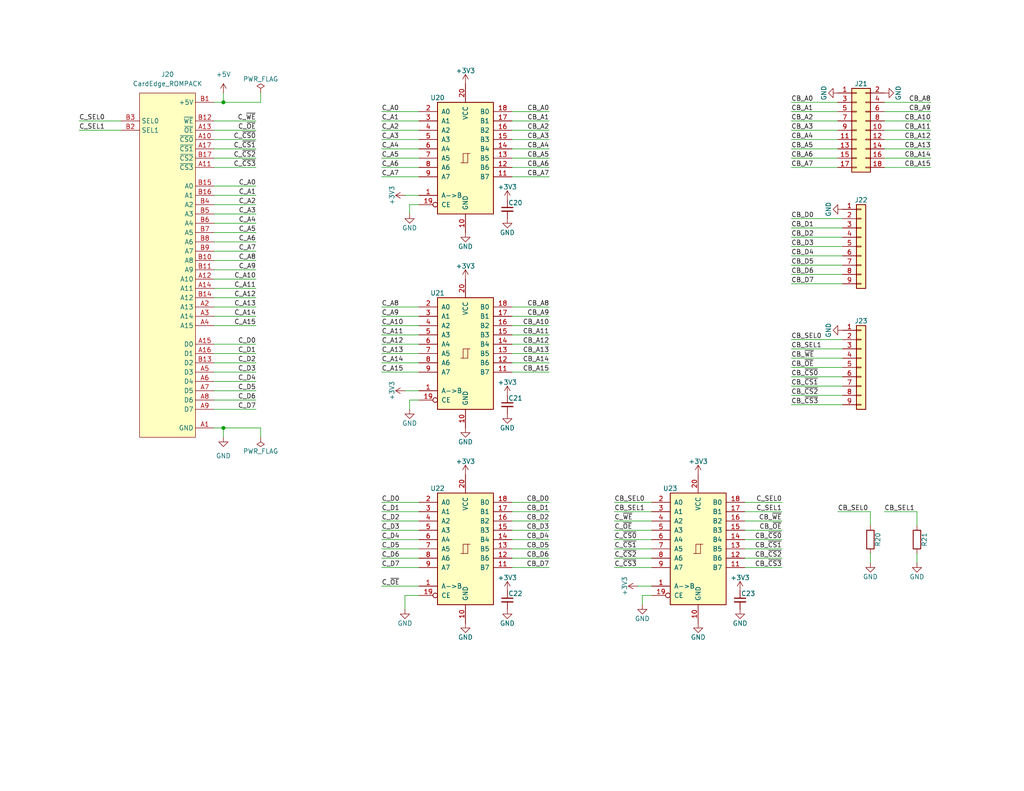
<source format=kicad_sch>
(kicad_sch (version 20211123) (generator eeschema)
  (paper "USLetter")
  (title_block (title "1240-Pi Proto ROM Pack") (date "2022-05-21") (rev "1.0") (company "© 2022 Sam Hanes, licensed under CERN-OHL-S v2+") (comment 1 "https://github.com/Elemecca/1240pi"))
  (lib_symbols
    (symbol "0Local:CardEdge_ROMPACK" (in_bom no)
      (property "Reference" "P" (at 0 8.89 0))
      (property "Value" "CardEdge_ROMPACK" (at 0 -87.63 0))
      (symbol "CardEdge_ROMPACK_0_1"
        (rectangle (start -7.62 7.62) (end 7.62 -86.36) (fill (type background)))
      )
      (symbol "CardEdge_ROMPACK_1_1"
        (pin power_out line (at 12.7 -83.82 180) (length 5.08) (name "GND") (number "A1"))
        (pin output line (at 12.7 -5.08 180) (length 5.08) (name "~{CS0}") (number "A10"))
        (pin output line (at 12.7 -12.7 180) (length 5.08) (name "~{CS3}") (number "A11"))
        (pin output line (at 12.7 -43.18 180) (length 5.08) (name "A10") (number "A12"))
        (pin output line (at 12.7 -2.54 180) (length 5.08) (name "~{OE}") (number "A13"))
        (pin output line (at 12.7 -45.72 180) (length 5.08) (name "A11") (number "A14"))
        (pin bidirectional line (at 12.7 -60.96 180) (length 5.08) (name "D0") (number "A15"))
        (pin bidirectional line (at 12.7 -63.5 180) (length 5.08) (name "D1") (number "A16"))
        (pin output line (at 12.7 -7.62 180) (length 5.08) (name "~{CS1}") (number "A17"))
        (pin power_out line (at 12.7 -83.82 180) (length 5.08) hide (name "GND") (number "A18"))
        (pin output line (at 12.7 -50.8 180) (length 5.08) (name "A13") (number "A2"))
        (pin output line (at 12.7 -53.34 180) (length 5.08) (name "A14") (number "A3"))
        (pin output line (at 12.7 -55.88 180) (length 5.08) (name "A15") (number "A4"))
        (pin bidirectional line (at 12.7 -68.58 180) (length 5.08) (name "D3") (number "A5"))
        (pin bidirectional line (at 12.7 -71.12 180) (length 5.08) (name "D4") (number "A6"))
        (pin bidirectional line (at 12.7 -73.66 180) (length 5.08) (name "D5") (number "A7"))
        (pin bidirectional line (at 12.7 -76.2 180) (length 5.08) (name "D6") (number "A8"))
        (pin bidirectional line (at 12.7 -78.74 180) (length 5.08) (name "D7") (number "A9"))
        (pin power_out line (at 12.7 5.08 180) (length 5.08) (name "+5V") (number "B1"))
        (pin output line (at 12.7 -38.1 180) (length 5.08) (name "A8") (number "B10"))
        (pin output line (at 12.7 -40.64 180) (length 5.08) (name "A9") (number "B11"))
        (pin output line (at 12.7 0 180) (length 5.08) (name "~{WE}") (number "B12"))
        (pin bidirectional line (at 12.7 -66.04 180) (length 5.08) (name "D2") (number "B13"))
        (pin output line (at 12.7 -48.26 180) (length 5.08) (name "A12") (number "B14"))
        (pin output line (at 12.7 -17.78 180) (length 5.08) (name "A0") (number "B15"))
        (pin output line (at 12.7 -20.32 180) (length 5.08) (name "A1") (number "B16"))
        (pin output line (at 12.7 -10.16 180) (length 5.08) (name "~{CS2}") (number "B17"))
        (pin power_out line (at 12.7 5.08 180) (length 5.08) hide (name "+5V") (number "B18"))
        (pin input line (at -12.7 -2.54 0) (length 5.08) (name "SEL1") (number "B2"))
        (pin input line (at -12.7 0 0) (length 5.08) (name "SEL0") (number "B3"))
        (pin output line (at 12.7 -22.86 180) (length 5.08) (name "A2") (number "B4"))
        (pin output line (at 12.7 -25.4 180) (length 5.08) (name "A3") (number "B5"))
        (pin output line (at 12.7 -27.94 180) (length 5.08) (name "A4") (number "B6"))
        (pin output line (at 12.7 -30.48 180) (length 5.08) (name "A5") (number "B7"))
        (pin output line (at 12.7 -33.02 180) (length 5.08) (name "A6") (number "B8"))
        (pin output line (at 12.7 -35.56 180) (length 5.08) (name "A7") (number "B9"))
      )
    )
    (symbol "74xx:74HC245" (pin_names (offset 1.016))
      (property "Reference" "U" (at -7.62 16.51 0))
      (property "Value" "74HC245" (at -7.62 -16.51 0))
      (symbol "74HC245_1_0"
        (polyline (pts (xy -0.635 -1.27) (xy -0.635 1.27) (xy 0.635 1.27)))
        (polyline (pts (xy -1.27 -1.27) (xy 0.635 -1.27) (xy 0.635 1.27) (xy 1.27 1.27)))
        (pin input line (at -12.7 -10.16 0) (length 5.08) (name "A->B") (number "1"))
        (pin power_in line (at 0 -20.32 90) (length 5.08) (name "GND") (number "10"))
        (pin tri_state line (at 12.7 -5.08 180) (length 5.08) (name "B7") (number "11"))
        (pin tri_state line (at 12.7 -2.54 180) (length 5.08) (name "B6") (number "12"))
        (pin tri_state line (at 12.7 0 180) (length 5.08) (name "B5") (number "13"))
        (pin tri_state line (at 12.7 2.54 180) (length 5.08) (name "B4") (number "14"))
        (pin tri_state line (at 12.7 5.08 180) (length 5.08) (name "B3") (number "15"))
        (pin tri_state line (at 12.7 7.62 180) (length 5.08) (name "B2") (number "16"))
        (pin tri_state line (at 12.7 10.16 180) (length 5.08) (name "B1") (number "17"))
        (pin tri_state line (at 12.7 12.7 180) (length 5.08) (name "B0") (number "18"))
        (pin input inverted (at -12.7 -12.7 0) (length 5.08) (name "CE") (number "19"))
        (pin tri_state line (at -12.7 12.7 0) (length 5.08) (name "A0") (number "2"))
        (pin power_in line (at 0 20.32 270) (length 5.08) (name "VCC") (number "20"))
        (pin tri_state line (at -12.7 10.16 0) (length 5.08) (name "A1") (number "3"))
        (pin tri_state line (at -12.7 7.62 0) (length 5.08) (name "A2") (number "4"))
        (pin tri_state line (at -12.7 5.08 0) (length 5.08) (name "A3") (number "5"))
        (pin tri_state line (at -12.7 2.54 0) (length 5.08) (name "A4") (number "6"))
        (pin tri_state line (at -12.7 0 0) (length 5.08) (name "A5") (number "7"))
        (pin tri_state line (at -12.7 -2.54 0) (length 5.08) (name "A6") (number "8"))
        (pin tri_state line (at -12.7 -5.08 0) (length 5.08) (name "A7") (number "9"))
      )
      (symbol "74HC245_1_1"
        (rectangle (start -7.62 15.24) (end 7.62 -15.24) (stroke (width 0.254)) (fill (type background)))
      )
    )
    (symbol "Connector_Generic:Conn_01x09" (pin_names (offset 1.016) hide)
      (property "Reference" "J" (at 0 12.7 0))
      (property "Value" "Conn_01x09" (at 0 -12.7 0))
      (symbol "Conn_01x09_1_1"
        (rectangle (start -1.27 -10.033) (end 0 -10.287) (stroke (width 0.1524)))
        (rectangle (start -1.27 -7.493) (end 0 -7.747) (stroke (width 0.1524)))
        (rectangle (start -1.27 -4.953) (end 0 -5.207) (stroke (width 0.1524)))
        (rectangle (start -1.27 -2.413) (end 0 -2.667) (stroke (width 0.1524)))
        (rectangle (start -1.27 0.127) (end 0 -0.127) (stroke (width 0.1524)))
        (rectangle (start -1.27 2.667) (end 0 2.413) (stroke (width 0.1524)))
        (rectangle (start -1.27 5.207) (end 0 4.953) (stroke (width 0.1524)))
        (rectangle (start -1.27 7.747) (end 0 7.493) (stroke (width 0.1524)))
        (rectangle (start -1.27 10.287) (end 0 10.033) (stroke (width 0.1524)))
        (rectangle (start -1.27 11.43) (end 1.27 -11.43) (stroke (width 0.254)) (fill (type background)))
        (pin passive line (at -5.08 10.16 0) (length 3.81) (name "Pin_1") (number "1"))
        (pin passive line (at -5.08 7.62 0) (length 3.81) (name "Pin_2") (number "2"))
        (pin passive line (at -5.08 5.08 0) (length 3.81) (name "Pin_3") (number "3"))
        (pin passive line (at -5.08 2.54 0) (length 3.81) (name "Pin_4") (number "4"))
        (pin passive line (at -5.08 0 0) (length 3.81) (name "Pin_5") (number "5"))
        (pin passive line (at -5.08 -2.54 0) (length 3.81) (name "Pin_6") (number "6"))
        (pin passive line (at -5.08 -5.08 0) (length 3.81) (name "Pin_7") (number "7"))
        (pin passive line (at -5.08 -7.62 0) (length 3.81) (name "Pin_8") (number "8"))
        (pin passive line (at -5.08 -10.16 0) (length 3.81) (name "Pin_9") (number "9"))
      )
    )
    (symbol "Connector_Generic:Conn_02x09_Odd_Even" (pin_names (offset 1.016) hide)
      (property "Reference" "J" (at 1.27 12.7 0))
      (property "Value" "Conn_02x09_Odd_Even" (at 1.27 -12.7 0))
      (symbol "Conn_02x09_Odd_Even_1_1"
        (rectangle (start -1.27 -10.033) (end 0 -10.287) (stroke (width 0.1524)))
        (rectangle (start -1.27 -7.493) (end 0 -7.747) (stroke (width 0.1524)))
        (rectangle (start -1.27 -4.953) (end 0 -5.207) (stroke (width 0.1524)))
        (rectangle (start -1.27 -2.413) (end 0 -2.667) (stroke (width 0.1524)))
        (rectangle (start -1.27 0.127) (end 0 -0.127) (stroke (width 0.1524)))
        (rectangle (start -1.27 2.667) (end 0 2.413) (stroke (width 0.1524)))
        (rectangle (start -1.27 5.207) (end 0 4.953) (stroke (width 0.1524)))
        (rectangle (start -1.27 7.747) (end 0 7.493) (stroke (width 0.1524)))
        (rectangle (start -1.27 10.287) (end 0 10.033) (stroke (width 0.1524)))
        (rectangle (start -1.27 11.43) (end 3.81 -11.43) (stroke (width 0.254)) (fill (type background)))
        (rectangle (start 3.81 -10.033) (end 2.54 -10.287) (stroke (width 0.1524)))
        (rectangle (start 3.81 -7.493) (end 2.54 -7.747) (stroke (width 0.1524)))
        (rectangle (start 3.81 -4.953) (end 2.54 -5.207) (stroke (width 0.1524)))
        (rectangle (start 3.81 -2.413) (end 2.54 -2.667) (stroke (width 0.1524)))
        (rectangle (start 3.81 0.127) (end 2.54 -0.127) (stroke (width 0.1524)))
        (rectangle (start 3.81 2.667) (end 2.54 2.413) (stroke (width 0.1524)))
        (rectangle (start 3.81 5.207) (end 2.54 4.953) (stroke (width 0.1524)))
        (rectangle (start 3.81 7.747) (end 2.54 7.493) (stroke (width 0.1524)))
        (rectangle (start 3.81 10.287) (end 2.54 10.033) (stroke (width 0.1524)))
        (pin passive line (at -5.08 10.16 0) (length 3.81) (name "Pin_1") (number "1"))
        (pin passive line (at 7.62 0 180) (length 3.81) (name "Pin_10") (number "10"))
        (pin passive line (at -5.08 -2.54 0) (length 3.81) (name "Pin_11") (number "11"))
        (pin passive line (at 7.62 -2.54 180) (length 3.81) (name "Pin_12") (number "12"))
        (pin passive line (at -5.08 -5.08 0) (length 3.81) (name "Pin_13") (number "13"))
        (pin passive line (at 7.62 -5.08 180) (length 3.81) (name "Pin_14") (number "14"))
        (pin passive line (at -5.08 -7.62 0) (length 3.81) (name "Pin_15") (number "15"))
        (pin passive line (at 7.62 -7.62 180) (length 3.81) (name "Pin_16") (number "16"))
        (pin passive line (at -5.08 -10.16 0) (length 3.81) (name "Pin_17") (number "17"))
        (pin passive line (at 7.62 -10.16 180) (length 3.81) (name "Pin_18") (number "18"))
        (pin passive line (at 7.62 10.16 180) (length 3.81) (name "Pin_2") (number "2"))
        (pin passive line (at -5.08 7.62 0) (length 3.81) (name "Pin_3") (number "3"))
        (pin passive line (at 7.62 7.62 180) (length 3.81) (name "Pin_4") (number "4"))
        (pin passive line (at -5.08 5.08 0) (length 3.81) (name "Pin_5") (number "5"))
        (pin passive line (at 7.62 5.08 180) (length 3.81) (name "Pin_6") (number "6"))
        (pin passive line (at -5.08 2.54 0) (length 3.81) (name "Pin_7") (number "7"))
        (pin passive line (at 7.62 2.54 180) (length 3.81) (name "Pin_8") (number "8"))
        (pin passive line (at -5.08 0 0) (length 3.81) (name "Pin_9") (number "9"))
      )
    )
    (symbol "Device:C_Small" (pin_numbers hide) (pin_names (offset 0.254) hide)
      (property "Reference" "C" (at 0.254 1.778 0))
      (property "Value" "C_Small" (at 0.254 -2.032 0))
      (symbol "C_Small_0_1"
        (polyline (pts (xy -1.524 -0.508) (xy 1.524 -0.508)) (stroke (width 0.3302)))
        (polyline (pts (xy -1.524 0.508) (xy 1.524 0.508)) (stroke (width 0.3048)))
      )
      (symbol "C_Small_1_1"
        (pin passive line (at 0 2.54 270) (length 2.032) (name "~") (number "1"))
        (pin passive line (at 0 -2.54 90) (length 2.032) (name "~") (number "2"))
      )
    )
    (symbol "Device:R" (pin_numbers hide) (pin_names (offset 0))
      (property "Reference" "R" (at 2.032 0 90))
      (property "Value" "R" (at 0 0 90))
      (symbol "R_0_1"
        (rectangle (start -1.016 -2.54) (end 1.016 2.54) (stroke (width 0.254)))
      )
      (symbol "R_1_1"
        (pin passive line (at 0 3.81 270) (length 1.27) (name "~") (number "1"))
        (pin passive line (at 0 -3.81 90) (length 1.27) (name "~") (number "2"))
      )
    )
    (symbol "power:+3V3" (power) (pin_names (offset 0))
      (property "Value" "+3V3" (at 0 3.556 0))
      (symbol "+3V3_0_1"
        (polyline (pts (xy -0.762 1.27) (xy 0 2.54)))
        (polyline (pts (xy 0 0) (xy 0 2.54)))
        (polyline (pts (xy 0 2.54) (xy 0.762 1.27)))
      )
      (symbol "+3V3_1_1"
        (pin power_in line (at 0 0 90) (length 0) hide (name "+3V3") (number "1"))
      )
    )
    (symbol "power:+5V" (power) (pin_names (offset 0))
      (property "Value" "+5V" (at 0 3.556 0))
      (symbol "+5V_0_1"
        (polyline (pts (xy -0.762 1.27) (xy 0 2.54)))
        (polyline (pts (xy 0 0) (xy 0 2.54)))
        (polyline (pts (xy 0 2.54) (xy 0.762 1.27)))
      )
      (symbol "+5V_1_1"
        (pin power_in line (at 0 0 90) (length 0) hide (name "+5V") (number "1"))
      )
    )
    (symbol "power:GND" (power) (pin_names (offset 0))
      (property "Value" "GND" (at 0 -3.81 0))
      (symbol "GND_0_1"
        (polyline (pts (xy 0 0) (xy 0 -1.27) (xy 1.27 -1.27) (xy 0 -2.54) (xy -1.27 -1.27) (xy 0 -1.27)))
      )
      (symbol "GND_1_1"
        (pin power_in line (at 0 0 270) (length 0) hide (name "GND") (number "1"))
      )
    )
    (symbol "power:PWR_FLAG" (power) (pin_numbers hide) (pin_names (offset 0) hide)
      (property "Value" "PWR_FLAG" (at 0 3.81 0))
      (symbol "PWR_FLAG_0_0"
        (pin power_out line (at 0 0 90) (length 0) (name "pwr") (number "1"))
      )
      (symbol "PWR_FLAG_0_1"
        (polyline (pts (xy 0 0) (xy 0 1.27) (xy -1.016 1.905) (xy 0 2.54) (xy 1.016 1.905) (xy 0 1.27)))
      )
    )
  )
  (junction (at 60.96 27.94))
  (junction (at 60.96 116.84))
  (wire (pts (xy 104.14 142.24) (xy 114.3 142.24)))
  (wire (pts (xy 58.42 63.5) (xy 69.85 63.5)))
  (wire (pts (xy 139.7 137.16) (xy 149.86 137.16)))
  (wire (pts (xy 241.3 33.02) (xy 254 33.02)))
  (wire (pts (xy 71.12 25.4) (xy 71.12 27.94)))
  (wire (pts (xy 110.49 106.68) (xy 114.3 106.68)))
  (wire (pts (xy 104.14 40.64) (xy 114.3 40.64)))
  (wire (pts (xy 110.49 53.34) (xy 114.3 53.34)))
  (wire (pts (xy 104.14 99.06) (xy 114.3 99.06)))
  (wire (pts (xy 241.3 43.18) (xy 254 43.18)))
  (wire (pts (xy 139.7 142.24) (xy 149.86 142.24)))
  (wire (pts (xy 60.96 116.84) (xy 60.96 119.38)))
  (wire (pts (xy 215.9 69.85) (xy 229.87 69.85)))
  (wire (pts (xy 203.2 147.32) (xy 213.36 147.32)))
  (wire (pts (xy 104.14 152.4) (xy 114.3 152.4)))
  (wire (pts (xy 58.42 116.84) (xy 60.96 116.84)))
  (wire (pts (xy 58.42 106.68) (xy 69.85 106.68)))
  (wire (pts (xy 203.2 152.4) (xy 213.36 152.4)))
  (wire (pts (xy 167.64 139.7) (xy 177.8 139.7)))
  (wire (pts (xy 58.42 78.74) (xy 69.85 78.74)))
  (wire (pts (xy 58.42 66.04) (xy 69.85 66.04)))
  (wire (pts (xy 241.3 45.72) (xy 254 45.72)))
  (wire (pts (xy 167.64 147.32) (xy 177.8 147.32)))
  (wire (pts (xy 71.12 116.84) (xy 60.96 116.84)))
  (wire (pts (xy 139.7 40.64) (xy 149.86 40.64)))
  (wire (pts (xy 215.9 97.79) (xy 229.87 97.79)))
  (wire (pts (xy 241.3 35.56) (xy 254 35.56)))
  (wire (pts (xy 104.14 101.6) (xy 114.3 101.6)))
  (wire (pts (xy 173.99 160.02) (xy 177.8 160.02)))
  (wire (pts (xy 58.42 38.1) (xy 69.85 38.1)))
  (wire (pts (xy 104.14 137.16) (xy 114.3 137.16)))
  (wire (pts (xy 203.2 137.16) (xy 213.36 137.16)))
  (wire (pts (xy 215.9 95.25) (xy 229.87 95.25)))
  (wire (pts (xy 237.49 139.7) (xy 237.49 143.51)))
  (wire (pts (xy 58.42 68.58) (xy 69.85 68.58)))
  (wire (pts (xy 58.42 43.18) (xy 69.85 43.18)))
  (wire (pts (xy 104.14 149.86) (xy 114.3 149.86)))
  (wire (pts (xy 215.9 35.56) (xy 228.6 35.56)))
  (wire (pts (xy 104.14 154.94) (xy 114.3 154.94)))
  (wire (pts (xy 139.7 152.4) (xy 149.86 152.4)))
  (wire (pts (xy 114.3 162.56) (xy 110.49 162.56)))
  (wire (pts (xy 58.42 76.2) (xy 69.85 76.2)))
  (wire (pts (xy 58.42 99.06) (xy 69.85 99.06)))
  (wire (pts (xy 58.42 88.9) (xy 69.85 88.9)))
  (wire (pts (xy 215.9 107.95) (xy 229.87 107.95)))
  (wire (pts (xy 241.3 40.64) (xy 254 40.64)))
  (wire (pts (xy 215.9 74.93) (xy 229.87 74.93)))
  (wire (pts (xy 215.9 30.48) (xy 228.6 30.48)))
  (wire (pts (xy 58.42 27.94) (xy 60.96 27.94)))
  (wire (pts (xy 139.7 83.82) (xy 149.86 83.82)))
  (wire (pts (xy 177.8 162.56) (xy 175.26 162.56)))
  (wire (pts (xy 139.7 43.18) (xy 149.86 43.18)))
  (wire (pts (xy 215.9 102.87) (xy 229.87 102.87)))
  (wire (pts (xy 215.9 59.69) (xy 229.87 59.69)))
  (wire (pts (xy 139.7 33.02) (xy 149.86 33.02)))
  (wire (pts (xy 203.2 139.7) (xy 213.36 139.7)))
  (wire (pts (xy 167.64 144.78) (xy 177.8 144.78)))
  (wire (pts (xy 58.42 50.8) (xy 69.85 50.8)))
  (wire (pts (xy 139.7 93.98) (xy 149.86 93.98)))
  (wire (pts (xy 58.42 111.76) (xy 69.85 111.76)))
  (wire (pts (xy 203.2 149.86) (xy 213.36 149.86)))
  (wire (pts (xy 139.7 88.9) (xy 149.86 88.9)))
  (wire (pts (xy 58.42 83.82) (xy 69.85 83.82)))
  (wire (pts (xy 104.14 38.1) (xy 114.3 38.1)))
  (wire (pts (xy 139.7 45.72) (xy 149.86 45.72)))
  (wire (pts (xy 58.42 109.22) (xy 69.85 109.22)))
  (wire (pts (xy 139.7 99.06) (xy 149.86 99.06)))
  (wire (pts (xy 139.7 86.36) (xy 149.86 86.36)))
  (wire (pts (xy 139.7 149.86) (xy 149.86 149.86)))
  (wire (pts (xy 139.7 147.32) (xy 149.86 147.32)))
  (wire (pts (xy 104.14 86.36) (xy 114.3 86.36)))
  (wire (pts (xy 167.64 154.94) (xy 177.8 154.94)))
  (wire (pts (xy 215.9 43.18) (xy 228.6 43.18)))
  (wire (pts (xy 139.7 154.94) (xy 149.86 154.94)))
  (wire (pts (xy 139.7 38.1) (xy 149.86 38.1)))
  (wire (pts (xy 215.9 40.64) (xy 228.6 40.64)))
  (wire (pts (xy 139.7 139.7) (xy 149.86 139.7)))
  (wire (pts (xy 58.42 58.42) (xy 69.85 58.42)))
  (wire (pts (xy 167.64 137.16) (xy 177.8 137.16)))
  (wire (pts (xy 58.42 81.28) (xy 69.85 81.28)))
  (wire (pts (xy 114.3 109.22) (xy 111.76 109.22)))
  (wire (pts (xy 250.19 139.7) (xy 250.19 143.51)))
  (wire (pts (xy 139.7 144.78) (xy 149.86 144.78)))
  (wire (pts (xy 104.14 144.78) (xy 114.3 144.78)))
  (wire (pts (xy 215.9 45.72) (xy 228.6 45.72)))
  (wire (pts (xy 111.76 55.88) (xy 111.76 58.42)))
  (wire (pts (xy 250.19 151.13) (xy 250.19 153.67)))
  (wire (pts (xy 167.64 149.86) (xy 177.8 149.86)))
  (wire (pts (xy 241.3 139.7) (xy 250.19 139.7)))
  (wire (pts (xy 215.9 72.39) (xy 229.87 72.39)))
  (wire (pts (xy 58.42 73.66) (xy 69.85 73.66)))
  (wire (pts (xy 215.9 64.77) (xy 229.87 64.77)))
  (wire (pts (xy 215.9 100.33) (xy 229.87 100.33)))
  (wire (pts (xy 104.14 83.82) (xy 114.3 83.82)))
  (wire (pts (xy 167.64 152.4) (xy 177.8 152.4)))
  (wire (pts (xy 215.9 27.94) (xy 228.6 27.94)))
  (wire (pts (xy 58.42 93.98) (xy 69.85 93.98)))
  (wire (pts (xy 215.9 92.71) (xy 229.87 92.71)))
  (wire (pts (xy 139.7 30.48) (xy 149.86 30.48)))
  (wire (pts (xy 139.7 48.26) (xy 149.86 48.26)))
  (wire (pts (xy 215.9 77.47) (xy 229.87 77.47)))
  (wire (pts (xy 71.12 27.94) (xy 60.96 27.94)))
  (wire (pts (xy 237.49 151.13) (xy 237.49 153.67)))
  (wire (pts (xy 104.14 33.02) (xy 114.3 33.02)))
  (wire (pts (xy 215.9 33.02) (xy 228.6 33.02)))
  (wire (pts (xy 104.14 35.56) (xy 114.3 35.56)))
  (wire (pts (xy 104.14 147.32) (xy 114.3 147.32)))
  (wire (pts (xy 58.42 33.02) (xy 69.85 33.02)))
  (wire (pts (xy 114.3 55.88) (xy 111.76 55.88)))
  (wire (pts (xy 111.76 109.22) (xy 111.76 111.76)))
  (wire (pts (xy 58.42 45.72) (xy 69.85 45.72)))
  (wire (pts (xy 58.42 35.56) (xy 69.85 35.56)))
  (wire (pts (xy 104.14 93.98) (xy 114.3 93.98)))
  (wire (pts (xy 215.9 105.41) (xy 229.87 105.41)))
  (wire (pts (xy 139.7 91.44) (xy 149.86 91.44)))
  (wire (pts (xy 71.12 119.38) (xy 71.12 116.84)))
  (wire (pts (xy 58.42 104.14) (xy 69.85 104.14)))
  (wire (pts (xy 58.42 101.6) (xy 69.85 101.6)))
  (wire (pts (xy 58.42 96.52) (xy 69.85 96.52)))
  (wire (pts (xy 110.49 162.56) (xy 110.49 166.37)))
  (wire (pts (xy 21.59 35.56) (xy 33.02 35.56)))
  (wire (pts (xy 167.64 142.24) (xy 177.8 142.24)))
  (wire (pts (xy 203.2 142.24) (xy 213.36 142.24)))
  (wire (pts (xy 203.2 154.94) (xy 213.36 154.94)))
  (wire (pts (xy 21.59 33.02) (xy 33.02 33.02)))
  (wire (pts (xy 104.14 91.44) (xy 114.3 91.44)))
  (wire (pts (xy 104.14 88.9) (xy 114.3 88.9)))
  (wire (pts (xy 58.42 53.34) (xy 69.85 53.34)))
  (wire (pts (xy 60.96 27.94) (xy 60.96 25.4)))
  (wire (pts (xy 58.42 55.88) (xy 69.85 55.88)))
  (wire (pts (xy 215.9 38.1) (xy 228.6 38.1)))
  (wire (pts (xy 104.14 43.18) (xy 114.3 43.18)))
  (wire (pts (xy 104.14 139.7) (xy 114.3 139.7)))
  (wire (pts (xy 175.26 162.56) (xy 175.26 165.1)))
  (wire (pts (xy 241.3 30.48) (xy 254 30.48)))
  (wire (pts (xy 139.7 35.56) (xy 149.86 35.56)))
  (wire (pts (xy 203.2 144.78) (xy 213.36 144.78)))
  (wire (pts (xy 215.9 67.31) (xy 229.87 67.31)))
  (wire (pts (xy 241.3 38.1) (xy 254 38.1)))
  (wire (pts (xy 58.42 86.36) (xy 69.85 86.36)))
  (wire (pts (xy 228.6 139.7) (xy 237.49 139.7)))
  (wire (pts (xy 104.14 96.52) (xy 114.3 96.52)))
  (wire (pts (xy 215.9 110.49) (xy 229.87 110.49)))
  (wire (pts (xy 104.14 48.26) (xy 114.3 48.26)))
  (wire (pts (xy 104.14 45.72) (xy 114.3 45.72)))
  (wire (pts (xy 58.42 60.96) (xy 69.85 60.96)))
  (wire (pts (xy 215.9 62.23) (xy 229.87 62.23)))
  (wire (pts (xy 241.3 27.94) (xy 254 27.94)))
  (wire (pts (xy 139.7 101.6) (xy 149.86 101.6)))
  (wire (pts (xy 58.42 71.12) (xy 69.85 71.12)))
  (wire (pts (xy 139.7 96.52) (xy 149.86 96.52)))
  (wire (pts (xy 104.14 160.02) (xy 114.3 160.02)))
  (wire (pts (xy 104.14 30.48) (xy 114.3 30.48)))
  (wire (pts (xy 58.42 40.64) (xy 69.85 40.64)))
  (label "CB_A0" (at 149.86 30.48 180))
  (label "CB_A2" (at 215.9 33.02 0))
  (label "C_A1" (at 69.85 53.34 180))
  (label "C_D7" (at 104.14 154.94 0))
  (label "CB_A6" (at 215.9 43.18 0))
  (label "C_A7" (at 69.85 68.58 180))
  (label "CB_A8" (at 254 27.94 180))
  (label "C_A1" (at 104.14 33.02 0))
  (label "C_~{WE}" (at 69.85 33.02 180))
  (label "C_A12" (at 69.85 81.28 180))
  (label "CB_~{CS0}" (at 213.36 147.32 180))
  (label "CB_D1" (at 215.9 62.23 0))
  (label "C_~{WE}" (at 167.64 142.24 0))
  (label "C_D4" (at 69.85 104.14 180))
  (label "CB_SEL0" (at 228.6 139.7 0))
  (label "C_~{CS1}" (at 69.85 40.64 180))
  (label "C_A3" (at 104.14 38.1 0))
  (label "CB_D5" (at 149.86 149.86 180))
  (label "C_SEL0" (at 213.36 137.16 180))
  (label "CB_A8" (at 149.86 83.82 180))
  (label "C_~{CS3}" (at 167.64 154.94 0))
  (label "C_A9" (at 104.14 86.36 0))
  (label "C_A4" (at 69.85 60.96 180))
  (label "CB_A12" (at 149.86 93.98 180))
  (label "CB_D3" (at 215.9 67.31 0))
  (label "CB_D6" (at 215.9 74.93 0))
  (label "C_A5" (at 104.14 43.18 0))
  (label "CB_D7" (at 149.86 154.94 180))
  (label "C_A10" (at 104.14 88.9 0))
  (label "CB_A9" (at 254 30.48 180))
  (label "C_A11" (at 104.14 91.44 0))
  (label "C_D5" (at 69.85 106.68 180))
  (label "C_D0" (at 69.85 93.98 180))
  (label "CB_SEL1" (at 241.3 139.7 0))
  (label "C_D4" (at 104.14 147.32 0))
  (label "C_~{OE}" (at 69.85 35.56 180))
  (label "CB_SEL1" (at 215.9 95.25 0))
  (label "C_~{CS2}" (at 167.64 152.4 0))
  (label "CB_A7" (at 215.9 45.72 0))
  (label "CB_D2" (at 149.86 142.24 180))
  (label "C_A10" (at 69.85 76.2 180))
  (label "CB_A9" (at 149.86 86.36 180))
  (label "CB_D4" (at 149.86 147.32 180))
  (label "C_A6" (at 104.14 45.72 0))
  (label "CB_D2" (at 215.9 64.77 0))
  (label "C_SEL0" (at 21.59 33.02 0))
  (label "C_A2" (at 104.14 35.56 0))
  (label "CB_~{CS1}" (at 213.36 149.86 180))
  (label "C_~{CS0}" (at 167.64 147.32 0))
  (label "C_A14" (at 69.85 86.36 180))
  (label "CB_SEL0" (at 167.64 137.16 0))
  (label "CB_A14" (at 149.86 99.06 180))
  (label "C_D1" (at 104.14 139.7 0))
  (label "CB_A6" (at 149.86 45.72 180))
  (label "C_A5" (at 69.85 63.5 180))
  (label "C_D6" (at 104.14 152.4 0))
  (label "C_~{CS1}" (at 167.64 149.86 0))
  (label "CB_A15" (at 149.86 101.6 180))
  (label "CB_A1" (at 149.86 33.02 180))
  (label "C_A15" (at 69.85 88.9 180))
  (label "CB_D4" (at 215.9 69.85 0))
  (label "CB_~{CS0}" (at 215.9 102.87 0))
  (label "CB_A14" (at 254 43.18 180))
  (label "CB_SEL1" (at 167.64 139.7 0))
  (label "C_~{OE}" (at 104.14 160.02 0))
  (label "C_D6" (at 69.85 109.22 180))
  (label "CB_A11" (at 149.86 91.44 180))
  (label "C_A6" (at 69.85 66.04 180))
  (label "CB_A10" (at 254 33.02 180))
  (label "C_A3" (at 69.85 58.42 180))
  (label "C_D7" (at 69.85 111.76 180))
  (label "CB_~{WE}" (at 215.9 97.79 0))
  (label "C_A13" (at 104.14 96.52 0))
  (label "CB_A2" (at 149.86 35.56 180))
  (label "CB_~{CS2}" (at 213.36 152.4 180))
  (label "C_A8" (at 69.85 71.12 180))
  (label "CB_A5" (at 149.86 43.18 180))
  (label "C_D3" (at 104.14 144.78 0))
  (label "CB_A3" (at 149.86 38.1 180))
  (label "C_A2" (at 69.85 55.88 180))
  (label "C_A11" (at 69.85 78.74 180))
  (label "CB_~{OE}" (at 215.9 100.33 0))
  (label "C_~{OE}" (at 167.64 144.78 0))
  (label "CB_~{CS3}" (at 213.36 154.94 180))
  (label "C_D0" (at 104.14 137.16 0))
  (label "CB_~{CS2}" (at 215.9 107.95 0))
  (label "C_SEL1" (at 213.36 139.7 180))
  (label "CB_~{CS1}" (at 215.9 105.41 0))
  (label "C_A4" (at 104.14 40.64 0))
  (label "C_~{CS0}" (at 69.85 38.1 180))
  (label "C_~{CS3}" (at 69.85 45.72 180))
  (label "CB_A4" (at 149.86 40.64 180))
  (label "C_D2" (at 69.85 99.06 180))
  (label "CB_D0" (at 149.86 137.16 180))
  (label "C_D5" (at 104.14 149.86 0))
  (label "CB_A0" (at 215.9 27.94 0))
  (label "C_A0" (at 104.14 30.48 0))
  (label "CB_A4" (at 215.9 38.1 0))
  (label "C_A15" (at 104.14 101.6 0))
  (label "CB_A1" (at 215.9 30.48 0))
  (label "CB_A3" (at 215.9 35.56 0))
  (label "C_D2" (at 104.14 142.24 0))
  (label "CB_D7" (at 215.9 77.47 0))
  (label "CB_~{CS3}" (at 215.9 110.49 0))
  (label "CB_D6" (at 149.86 152.4 180))
  (label "CB_A10" (at 149.86 88.9 180))
  (label "CB_SEL0" (at 215.9 92.71 0))
  (label "C_D3" (at 69.85 101.6 180))
  (label "CB_D5" (at 215.9 72.39 0))
  (label "CB_D0" (at 215.9 59.69 0))
  (label "CB_A13" (at 254 40.64 180))
  (label "CB_A7" (at 149.86 48.26 180))
  (label "CB_A5" (at 215.9 40.64 0))
  (label "C_A12" (at 104.14 93.98 0))
  (label "CB_D3" (at 149.86 144.78 180))
  (label "CB_A12" (at 254 38.1 180))
  (label "C_A8" (at 104.14 83.82 0))
  (label "C_A9" (at 69.85 73.66 180))
  (label "C_D1" (at 69.85 96.52 180))
  (label "C_A14" (at 104.14 99.06 0))
  (label "C_~{CS2}" (at 69.85 43.18 180))
  (label "CB_A13" (at 149.86 96.52 180))
  (label "C_SEL1" (at 21.59 35.56 0))
  (label "C_A7" (at 104.14 48.26 0))
  (label "C_A13" (at 69.85 83.82 180))
  (label "C_A0" (at 69.85 50.8 180))
  (label "CB_A15" (at 254 45.72 180))
  (label "CB_~{OE}" (at 213.36 144.78 180))
  (label "CB_D1" (at 149.86 139.7 180))
  (label "CB_~{WE}" (at 213.36 142.24 180))
  (label "CB_A11" (at 254 35.56 180))
  (symbol (lib_id "power:GND") (at 138.43 59.69 0) (unit 1)
    (property "Reference" "#PWR0156" (effects hide))
    (property "Value" "GND" (at 138.43 63.5 0))
  )
  (symbol (lib_id "power:+3V3") (at 138.43 107.95 0) (unit 1)
    (property "Reference" "#PWR0151" (effects hide))
    (property "Value" "+3V3" (at 138.43 104.394 0))
  )
  (symbol (lib_id "power:GND") (at 229.87 57.15 270) (unit 1)
    (property "Reference" "#PWR0138" (effects hide))
    (property "Value" "GND" (at 226.06 57.15 0))
  )
  (symbol (lib_id "power:GND") (at 127 170.18 0) (unit 1)
    (property "Reference" "#PWR0104" (effects hide))
    (property "Value" "GND" (at 127 173.99 0))
  )
  (symbol (lib_id "power:GND") (at 201.93 166.37 0) (unit 1)
    (property "Reference" "#PWR0158" (effects hide))
    (property "Value" "GND" (at 201.93 170.18 0))
  )
  (symbol (lib_id "power:GND") (at 127 63.5 0) (unit 1)
    (property "Reference" "#PWR0133" (effects hide))
    (property "Value" "GND" (at 127 67.31 0))
  )
  (symbol (lib_id "Device:R") (at 237.49 147.32 0) (unit 1)
    (property "Reference" "R20" (at 239.522 147.32 90))
  )
  (symbol (lib_id "power:GND") (at 110.49 166.37 0) (unit 1)
    (property "Reference" "#PWR0105" (effects hide))
  )
  (symbol (lib_id "power:+3V3") (at 127 76.2 0) (unit 1)
    (property "Reference" "#PWR0130" (effects hide))
    (property "Value" "+3V3" (at 127 72.644 0))
  )
  (symbol (lib_id "Device:C_Small") (at 138.43 110.49 0) (unit 1)
    (property "Reference" "C21" (at 138.684 108.712 0) (effects (justify left)))
  )
  (symbol (lib_id "power:+3V3") (at 201.93 161.29 0) (unit 1)
    (property "Reference" "#PWR0157" (effects hide))
    (property "Value" "+3V3" (at 201.93 157.734 0))
  )
  (symbol (lib_id "Device:C_Small") (at 201.93 163.83 0) (unit 1)
    (property "Reference" "C23" (at 202.184 162.052 0) (effects (justify left)))
  )
  (symbol (lib_id "Device:C_Small") (at 138.43 163.83 0) (unit 1)
    (property "Reference" "C22" (at 138.684 162.052 0) (effects (justify left)))
  )
  (symbol (lib_id "Device:R") (at 250.19 147.32 0) (unit 1)
    (property "Reference" "R21" (at 252.222 147.32 90))
  )
  (symbol (lib_id "power:GND") (at 228.6 25.4 270) (unit 1)
    (property "Reference" "#PWR0137" (effects hide))
    (property "Value" "GND" (at 224.79 25.4 0))
  )
  (symbol (lib_id "power:GND") (at 237.49 153.67 0) (unit 1)
    (property "Reference" "#PWR0143" (effects hide))
    (property "Value" "GND" (at 237.49 157.48 0))
  )
  (symbol (lib_id "74xx:74HC245") (at 127 149.86 0) (unit 1)
    (property "Reference" "U22" (at 119.38 133.35 0))
    (property "Datasheet" "https://assets.nexperia.com/documents/data-sheet/74LVC_LVCH245A.pdf" (effects hide))
  )
  (symbol (lib_id "power:GND") (at 229.87 90.17 270) (unit 1)
    (property "Reference" "#PWR0139" (effects hide))
    (property "Value" "GND" (at 226.06 90.17 0))
  )
  (symbol (lib_id "power:GND") (at 111.76 111.76 0) (unit 1)
    (property "Reference" "#PWR0131" (effects hide))
    (property "Value" "GND" (at 111.76 115.57 0))
  )
  (symbol (lib_id "0Local:CardEdge_ROMPACK") (at 45.72 33.02 0) (unit 1) (in_bom no)
    (property "Reference" "J20" (at 45.72 20.32 0))
    (property "Value" "CardEdge_ROMPACK" (at 45.72 22.86 0))
    (property "Footprint" "0Local:CardEdge_18x2" (effects hide))
  )
  (symbol (lib_id "power:+3V3") (at 110.49 106.68 90) (unit 1)
    (property "Reference" "#PWR0129" (effects hide))
  )
  (symbol (lib_id "74xx:74HC245") (at 127 43.18 0) (unit 1)
    (property "Reference" "U20" (at 119.38 26.67 0))
    (property "Datasheet" "https://assets.nexperia.com/documents/data-sheet/74LVC_LVCH245A.pdf" (effects hide))
  )
  (symbol (lib_id "power:+3V3") (at 127 22.86 0) (unit 1)
    (property "Reference" "#PWR0127" (effects hide))
    (property "Value" "+3V3" (at 127 19.304 0))
  )
  (symbol (lib_id "power:GND") (at 111.76 58.42 0) (unit 1)
    (property "Reference" "#PWR0135" (effects hide))
    (property "Value" "GND" (at 111.76 62.23 0))
  )
  (symbol (lib_id "power:+3V3") (at 190.5 129.54 0) (unit 1)
    (property "Reference" "#PWR0140" (effects hide))
    (property "Value" "+3V3" (at 190.5 125.984 0))
  )
  (symbol (lib_id "power:+3V3") (at 110.49 53.34 90) (unit 1)
    (property "Reference" "#PWR0134" (effects hide))
  )
  (symbol (lib_id "power:+3V3") (at 138.43 161.29 0) (unit 1)
    (property "Reference" "#PWR0154" (effects hide))
    (property "Value" "+3V3" (at 138.43 157.734 0))
  )
  (symbol (lib_id "power:PWR_FLAG") (at 71.12 119.38 180) (unit 1)
    (property "Reference" "#FLG0101" (effects hide))
    (property "Value" "PWR_FLAG" (at 71.12 123.19 0))
  )
  (symbol (lib_id "power:+5V") (at 60.96 25.4 0) (unit 1)
    (property "Reference" "#PWR0102" (effects hide))
    (property "Value" "+5V" (at 60.96 20.32 0))
  )
  (symbol (lib_id "power:+3V3") (at 173.99 160.02 90) (unit 1)
    (property "Reference" "#PWR0128" (effects hide))
  )
  (symbol (lib_id "Connector_Generic:Conn_02x09_Odd_Even") (at 233.68 35.56 0) (unit 1)
    (property "Reference" "J21" (at 234.95 22.86 0))
  )
  (symbol (lib_id "74xx:74HC245") (at 127 96.52 0) (unit 1)
    (property "Reference" "U21" (at 119.38 80.01 0))
    (property "Datasheet" "https://assets.nexperia.com/documents/data-sheet/74LVC_LVCH245A.pdf" (effects hide))
  )
  (symbol (lib_id "Connector_Generic:Conn_01x09") (at 234.95 100.33 0) (unit 1)
    (property "Reference" "J23" (at 234.95 87.63 0))
  )
  (symbol (lib_id "power:PWR_FLAG") (at 71.12 25.4 0) (unit 1)
    (property "Reference" "#FLG0102" (effects hide))
    (property "Value" "PWR_FLAG" (at 71.12 21.59 0))
  )
  (symbol (lib_id "power:+3V3") (at 127 129.54 0) (unit 1)
    (property "Reference" "#PWR0103" (effects hide))
    (property "Value" "+3V3" (at 127 125.984 0))
  )
  (symbol (lib_id "power:GND") (at 127 116.84 0) (unit 1)
    (property "Reference" "#PWR0132" (effects hide))
    (property "Value" "GND" (at 127 120.65 0))
  )
  (symbol (lib_id "power:GND") (at 241.3 25.4 90) (unit 1)
    (property "Reference" "#PWR0136" (effects hide))
    (property "Value" "GND" (at 245.11 25.4 0))
  )
  (symbol (lib_id "power:GND") (at 190.5 170.18 0) (unit 1)
    (property "Reference" "#PWR0142" (effects hide))
    (property "Value" "GND" (at 190.5 173.99 0))
  )
  (symbol (lib_id "power:GND") (at 175.26 165.1 0) (unit 1)
    (property "Reference" "#PWR0141" (effects hide))
    (property "Value" "GND" (at 175.26 168.91 0))
  )
  (symbol (lib_id "power:GND") (at 138.43 113.03 0) (unit 1)
    (property "Reference" "#PWR0152" (effects hide))
    (property "Value" "GND" (at 138.43 116.84 0))
  )
  (symbol (lib_id "74xx:74HC245") (at 190.5 149.86 0) (unit 1)
    (property "Reference" "U23" (at 182.88 133.35 0))
    (property "Datasheet" "https://assets.nexperia.com/documents/data-sheet/74LVC_LVCH245A.pdf" (effects hide))
  )
  (symbol (lib_id "power:GND") (at 60.96 119.38 0) (unit 1)
    (property "Reference" "#PWR0101" (effects hide))
    (property "Value" "GND" (at 60.96 124.46 0))
  )
  (symbol (lib_id "Connector_Generic:Conn_01x09") (at 234.95 67.31 0) (unit 1)
    (property "Reference" "J22" (at 234.95 54.61 0))
  )
  (symbol (lib_id "power:+3V3") (at 138.43 54.61 0) (unit 1)
    (property "Reference" "#PWR0155" (effects hide))
    (property "Value" "+3V3" (at 138.43 51.054 0))
  )
  (symbol (lib_id "power:GND") (at 250.19 153.67 0) (unit 1)
    (property "Reference" "#PWR0144" (effects hide))
    (property "Value" "GND" (at 250.19 157.48 0))
  )
  (symbol (lib_id "power:GND") (at 138.43 166.37 0) (unit 1)
    (property "Reference" "#PWR0153" (effects hide))
    (property "Value" "GND" (at 138.43 170.18 0))
  )
  (symbol (lib_id "Device:C_Small") (at 138.43 57.15 0) (unit 1)
    (property "Reference" "C20" (at 138.684 55.372 0) (effects (justify left)))
  )
)
</source>
